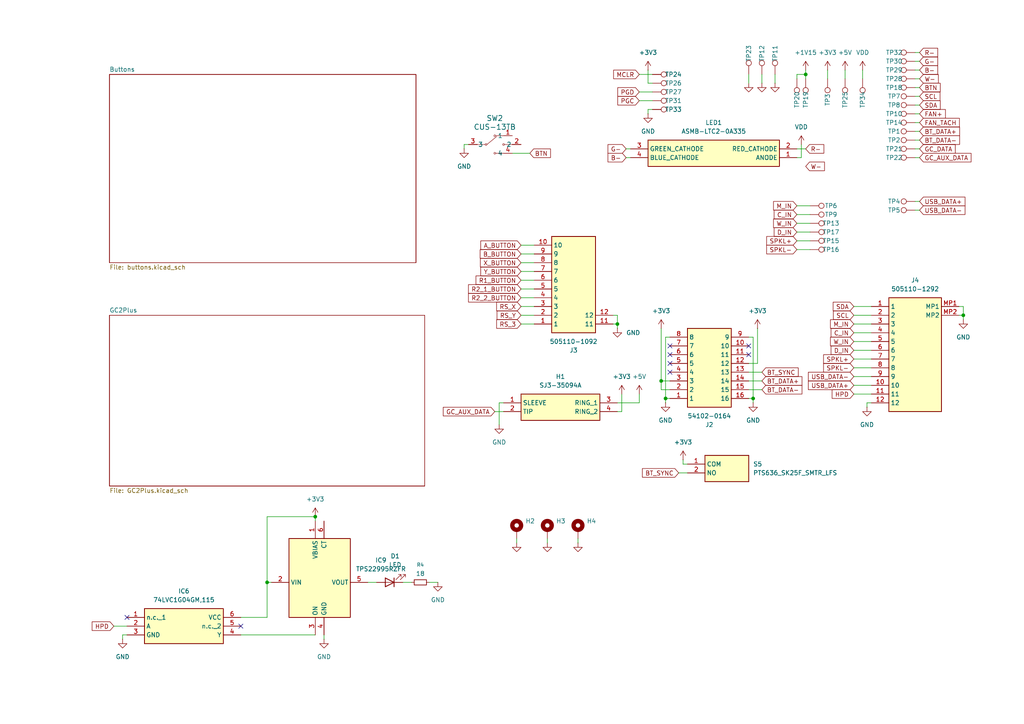
<source format=kicad_sch>
(kicad_sch (version 20250114) (generator "eeschema") (generator_version "9.0")
  (paper "A4")
  (lib_symbols
    (symbol "2025-07-13_17-24-33:CUS-13TB" (pin_names (offset 0.254))
      (property "Reference" "SW" (at 10.16 12.7 0))
      (property "Value" "CUS-13TB" (at 10.16 10.16 0))
      (symbol "CUS-13TB_0_1"
        (polyline (pts (xy 2.54 0) (xy 4.826 0)) (stroke (width 0.127)))
        (circle (center 5.08 0) (radius 0.254) (stroke (width 0.127)))
        (polyline (pts (xy 5.334 0) (xy 8.128 2.286)) (stroke (width 0.127)))
        (circle (center 7.62 2.54) (radius 0.254) (stroke (width 0.127)))
        (circle (center 7.62 -2.54) (radius 0.254) (stroke (width 0.127)))
        (polyline (pts (xy 10.16 2.54) (xy 7.874 2.54)) (stroke (width 0.127)))
        (circle (center 10.16 0) (radius 0.254) (stroke (width 0.127)))
        (polyline (pts (xy 10.16 -2.54) (xy 7.874 -2.54)) (stroke (width 0.127)))
        (polyline (pts (xy 12.7 0) (xy 10.414 0)) (stroke (width 0.127)))
        (pin unspecified line (at 0 0 0) (length 2.54) (name "3") (number "3"))
        (pin unspecified line (at 12.7 2.54 180) (length 2.54) (name "1") (number "1"))
        (pin unspecified line (at 12.7 -2.54 180) (length 2.54) (name "4") (number "4"))
        (pin unspecified line (at 15.24 0 180) (length 2.54) (name "2") (number "2"))
      )
    )
    (symbol "Connector:TestPoint" (pin_numbers (hide yes)) (pin_names (offset 0.762) (hide yes))
      (property "Reference" "TP" (at 0 6.858 0))
      (property "Value" "TestPoint" (at 0 5.08 0))
      (symbol "TestPoint_0_1"
        (circle (center 0 3.302) (radius 0.762))
      )
      (symbol "TestPoint_1_1"
        (pin passive line (at 0 0 90) (length 2.54) (name "1") (number "1"))
      )
    )
    (symbol "Device:LED" (pin_numbers (hide yes)) (pin_names (offset 1.016) (hide yes))
      (property "Reference" "D" (at 0 2.54 0))
      (property "Value" "LED" (at 0 -2.54 0))
      (symbol "LED_0_1"
        (polyline (pts (xy -3.048 -0.762) (xy -4.572 -2.286) (xy -3.81 -2.286) (xy -4.572 -2.286) (xy -4.572 -1.524)))
        (polyline (pts (xy -1.778 -0.762) (xy -3.302 -2.286) (xy -2.54 -2.286) (xy -3.302 -2.286) (xy -3.302 -1.524)))
        (polyline (pts (xy -1.27 0) (xy 1.27 0)))
        (polyline (pts (xy -1.27 -1.27) (xy -1.27 1.27)) (stroke (width 0.254)))
        (polyline (pts (xy 1.27 -1.27) (xy 1.27 1.27) (xy -1.27 0) (xy 1.27 -1.27)) (stroke (width 0.254)))
      )
      (symbol "LED_1_1"
        (pin passive line (at -3.81 0 0) (length 2.54) (name "K") (number "1"))
        (pin passive line (at 3.81 0 180) (length 2.54) (name "A") (number "2"))
      )
    )
    (symbol "Device:R_Small" (pin_numbers (hide yes)) (pin_names (offset 0.254) (hide yes))
      (property "Reference" "R" (at 0 0 90))
      (property "Value" "R_Small" (at 1.778 0 90))
      (symbol "R_Small_0_1"
        (rectangle (start -0.762 1.778) (end 0.762 -1.778) (stroke (width 0.2032)))
      )
      (symbol "R_Small_1_1"
        (pin passive line (at 0 2.54 270) (length 0.762) (name "~") (number "1"))
        (pin passive line (at 0 -2.54 90) (length 0.762) (name "~") (number "2"))
      )
    )
    (symbol "Mechanical:MountingHole_Pad" (pin_numbers (hide yes)) (pin_names (offset 1.016) (hide yes)) (in_bom no)
      (property "Reference" "H" (at 0 6.35 0))
      (property "Value" "MountingHole_Pad" (at 0 4.445 0))
      (symbol "MountingHole_Pad_0_1"
        (circle (center 0 1.27) (radius 1.27) (stroke (width 1.27)))
      )
      (symbol "MountingHole_Pad_1_1"
        (pin input line (at 0 -2.54 90) (length 2.54) (name "1") (number "1"))
      )
    )
    (symbol "SamacSys_Parts:505110-1092"
      (property "Reference" "J" (at 19.05 7.62 0))
      (property "Value" "505110-1092" (at 19.05 5.08 0))
      (symbol "505110-1092_1_1"
        (rectangle (start 5.08 2.54) (end 17.78 -25.4) (stroke (width 0.254)) (fill (type background)))
        (pin passive line (at 0 0 0) (length 5.08) (name "11") (number "11"))
        (pin passive line (at 0 -2.54 0) (length 5.08) (name "12") (number "12"))
        (pin passive line (at 22.86 0 180) (length 5.08) (name "1") (number "1"))
        (pin passive line (at 22.86 -2.54 180) (length 5.08) (name "2") (number "2"))
        (pin passive line (at 22.86 -5.08 180) (length 5.08) (name "3") (number "3"))
        (pin passive line (at 22.86 -7.62 180) (length 5.08) (name "4") (number "4"))
        (pin passive line (at 22.86 -10.16 180) (length 5.08) (name "5") (number "5"))
        (pin passive line (at 22.86 -12.7 180) (length 5.08) (name "6") (number "6"))
        (pin passive line (at 22.86 -15.24 180) (length 5.08) (name "7") (number "7"))
        (pin passive line (at 22.86 -17.78 180) (length 5.08) (name "8") (number "8"))
        (pin passive line (at 22.86 -20.32 180) (length 5.08) (name "9") (number "9"))
        (pin passive line (at 22.86 -22.86 180) (length 5.08) (name "10") (number "10"))
      )
    )
    (symbol "SamacSys_Parts:505110-1292"
      (property "Reference" "J" (at 21.59 7.62 0))
      (property "Value" "505110-1292" (at 21.59 5.08 0))
      (symbol "505110-1292_1_1"
        (rectangle (start 5.08 2.54) (end 20.32 -30.48) (stroke (width 0.254)) (fill (type background)))
        (pin passive line (at 0 0 0) (length 5.08) (name "MP1") (number "MP1"))
        (pin passive line (at 0 -2.54 0) (length 5.08) (name "MP2") (number "MP2"))
        (pin passive line (at 25.4 0 180) (length 5.08) (name "1") (number "1"))
        (pin passive line (at 25.4 -2.54 180) (length 5.08) (name "2") (number "2"))
        (pin passive line (at 25.4 -5.08 180) (length 5.08) (name "3") (number "3"))
        (pin passive line (at 25.4 -7.62 180) (length 5.08) (name "4") (number "4"))
        (pin passive line (at 25.4 -10.16 180) (length 5.08) (name "5") (number "5"))
        (pin passive line (at 25.4 -12.7 180) (length 5.08) (name "6") (number "6"))
        (pin passive line (at 25.4 -15.24 180) (length 5.08) (name "7") (number "7"))
        (pin passive line (at 25.4 -17.78 180) (length 5.08) (name "8") (number "8"))
        (pin passive line (at 25.4 -20.32 180) (length 5.08) (name "9") (number "9"))
        (pin passive line (at 25.4 -22.86 180) (length 5.08) (name "10") (number "10"))
        (pin passive line (at 25.4 -25.4 180) (length 5.08) (name "11") (number "11"))
        (pin passive line (at 25.4 -27.94 180) (length 5.08) (name "12") (number "12"))
      )
    )
    (symbol "SamacSys_Parts:54102-0164"
      (property "Reference" "J" (at 19.05 7.62 0))
      (property "Value" "54102-0164" (at 19.05 5.08 0))
      (symbol "54102-0164_1_1"
        (rectangle (start 5.08 2.54) (end 17.78 -20.32) (stroke (width 0.254)) (fill (type background)))
        (pin passive line (at 0 0 0) (length 5.08) (name "1") (number "1"))
        (pin passive line (at 0 -2.54 0) (length 5.08) (name "2") (number "2"))
        (pin passive line (at 0 -5.08 0) (length 5.08) (name "3") (number "3"))
        (pin passive line (at 0 -7.62 0) (length 5.08) (name "4") (number "4"))
        (pin passive line (at 0 -10.16 0) (length 5.08) (name "5") (number "5"))
        (pin passive line (at 0 -12.7 0) (length 5.08) (name "6") (number "6"))
        (pin passive line (at 0 -15.24 0) (length 5.08) (name "7") (number "7"))
        (pin passive line (at 0 -17.78 0) (length 5.08) (name "8") (number "8"))
        (pin passive line (at 22.86 0 180) (length 5.08) (name "16") (number "16"))
        (pin passive line (at 22.86 -2.54 180) (length 5.08) (name "15") (number "15"))
        (pin passive line (at 22.86 -5.08 180) (length 5.08) (name "14") (number "14"))
        (pin passive line (at 22.86 -7.62 180) (length 5.08) (name "13") (number "13"))
        (pin passive line (at 22.86 -10.16 180) (length 5.08) (name "12") (number "12"))
        (pin passive line (at 22.86 -12.7 180) (length 5.08) (name "11") (number "11"))
        (pin passive line (at 22.86 -15.24 180) (length 5.08) (name "10") (number "10"))
        (pin passive line (at 22.86 -17.78 180) (length 5.08) (name "9") (number "9"))
      )
    )
    (symbol "SamacSys_Parts:74LVC1G04GM,115"
      (property "Reference" "IC" (at 29.21 7.62 0))
      (property "Value" "74LVC1G04GM,115" (at 29.21 5.08 0))
      (symbol "74LVC1G04GM,115_1_1"
        (rectangle (start 5.08 2.54) (end 27.94 -7.62) (stroke (width 0.254)) (fill (type background)))
        (pin passive line (at 0 0 0) (length 5.08) (name "n.c._1") (number "1"))
        (pin passive line (at 0 -2.54 0) (length 5.08) (name "A") (number "2"))
        (pin passive line (at 0 -5.08 0) (length 5.08) (name "GND") (number "3"))
        (pin passive line (at 33.02 0 180) (length 5.08) (name "VCC") (number "6"))
        (pin passive line (at 33.02 -2.54 180) (length 5.08) (name "n.c._2") (number "5"))
        (pin passive line (at 33.02 -5.08 180) (length 5.08) (name "Y") (number "4"))
      )
    )
    (symbol "SamacSys_Parts:ASMB-LTC2-0A335"
      (property "Reference" "LED" (at 44.45 7.62 0))
      (property "Value" "ASMB-LTC2-0A335" (at 44.45 5.08 0))
      (symbol "ASMB-LTC2-0A335_1_1"
        (rectangle (start 5.08 2.54) (end 43.18 -5.08) (stroke (width 0.254)) (fill (type background)))
        (pin passive line (at 0 0 0) (length 5.08) (name "GREEN_CATHODE") (number "3"))
        (pin passive line (at 0 -2.54 0) (length 5.08) (name "BLUE_CATHODE") (number "4"))
        (pin passive line (at 48.26 0 180) (length 5.08) (name "RED_CATHODE") (number "2"))
        (pin passive line (at 48.26 -2.54 180) (length 5.08) (name "ANODE") (number "1"))
      )
    )
    (symbol "SamacSys_Parts:PTS636_SK25F_SMTR_LFS"
      (property "Reference" "S" (at 19.05 7.62 0))
      (property "Value" "PTS636_SK25F_SMTR_LFS" (at 19.05 5.08 0))
      (symbol "PTS636_SK25F_SMTR_LFS_1_1"
        (rectangle (start 5.08 2.54) (end 17.78 -5.08) (stroke (width 0.254)) (fill (type background)))
        (pin passive line (at 0 0 0) (length 5.08) (name "COM") (number "1"))
        (pin passive line (at 0 -2.54 0) (length 5.08) (name "NO") (number "2"))
      )
    )
    (symbol "SamacSys_Parts:SJ3-35094A"
      (property "Reference" "H" (at 29.21 7.62 0))
      (property "Value" "SJ3-35094A" (at 29.21 5.08 0))
      (symbol "SJ3-35094A_1_1"
        (rectangle (start 5.08 2.54) (end 27.94 -5.08) (stroke (width 0.254)) (fill (type background)))
        (pin passive line (at 0 0 0) (length 5.08) (name "SLEEVE") (number "1"))
        (pin passive line (at 0 -2.54 0) (length 5.08) (name "TIP") (number "2"))
        (pin passive line (at 33.02 0 180) (length 5.08) (name "RING_1") (number "3"))
        (pin passive line (at 33.02 -2.54 180) (length 5.08) (name "RING_2") (number "4"))
      )
    )
    (symbol "SamacSys_Parts:TPS22995RZFR"
      (property "Reference" "IC" (at 24.13 17.78 0))
      (property "Value" "TPS22995RZFR" (at 24.13 15.24 0))
      (symbol "TPS22995RZFR_1_1"
        (rectangle (start 5.08 12.7) (end 22.86 -10.16) (stroke (width 0.254)) (fill (type background)))
        (pin passive line (at 0 0 0) (length 5.08) (name "VIN") (number "2"))
        (pin passive line (at 12.7 17.78 270) (length 5.08) (name "VBIAS") (number "1"))
        (pin passive line (at 12.7 -15.24 90) (length 5.08) (name "ON") (number "3"))
        (pin passive line (at 15.24 17.78 270) (length 5.08) (name "CT") (number "6"))
        (pin passive line (at 15.24 -15.24 90) (length 5.08) (name "GND") (number "4"))
        (pin passive line (at 27.94 0 180) (length 5.08) (name "VOUT") (number "5"))
      )
    )
    (symbol "power:+1V8" (power) (pin_numbers (hide yes)) (pin_names (offset 0) (hide yes))
      (property "Value" "+1V8" (at 0 3.556 0))
      (symbol "+1V8_0_1"
        (polyline (pts (xy -0.762 1.27) (xy 0 2.54)))
        (polyline (pts (xy 0 2.54) (xy 0.762 1.27)))
        (polyline (pts (xy 0 0) (xy 0 2.54)))
      )
      (symbol "+1V8_1_1"
        (pin power_in line (at 0 0 90) (length 0) (name "~") (number "1"))
      )
    )
    (symbol "power:+3V3" (power) (pin_numbers (hide yes)) (pin_names (offset 0) (hide yes))
      (property "Value" "+3V3" (at 0 3.556 0))
      (symbol "+3V3_0_1"
        (polyline (pts (xy -0.762 1.27) (xy 0 2.54)))
        (polyline (pts (xy 0 2.54) (xy 0.762 1.27)))
        (polyline (pts (xy 0 0) (xy 0 2.54)))
      )
      (symbol "+3V3_1_1"
        (pin power_in line (at 0 0 90) (length 0) (name "~") (number "1"))
      )
    )
    (symbol "power:+5V" (power) (pin_numbers (hide yes)) (pin_names (offset 0) (hide yes))
      (property "Value" "+5V" (at 0 3.556 0))
      (symbol "+5V_0_1"
        (polyline (pts (xy -0.762 1.27) (xy 0 2.54)))
        (polyline (pts (xy 0 2.54) (xy 0.762 1.27)))
        (polyline (pts (xy 0 0) (xy 0 2.54)))
      )
      (symbol "+5V_1_1"
        (pin power_in line (at 0 0 90) (length 0) (name "~") (number "1"))
      )
    )
    (symbol "power:GND" (power) (pin_numbers (hide yes)) (pin_names (offset 0) (hide yes))
      (property "Value" "GND" (at 0 -3.81 0))
      (symbol "GND_0_1"
        (polyline (pts (xy 0 0) (xy 0 -1.27) (xy 1.27 -1.27) (xy 0 -2.54) (xy -1.27 -1.27) (xy 0 -1.27)))
      )
      (symbol "GND_1_1"
        (pin power_in line (at 0 0 270) (length 0) (name "~") (number "1"))
      )
    )
    (symbol "power:VDD" (power) (pin_numbers (hide yes)) (pin_names (offset 0) (hide yes))
      (property "Value" "VDD" (at 0 3.556 0))
      (symbol "VDD_0_1"
        (polyline (pts (xy -0.762 1.27) (xy 0 2.54)))
        (polyline (pts (xy 0 2.54) (xy 0.762 1.27)))
        (polyline (pts (xy 0 0) (xy 0 2.54)))
      )
      (symbol "VDD_1_1"
        (pin power_in line (at 0 0 90) (length 0) (name "~") (number "1"))
      )
    )
  )
  (junction (at 279.4 91.44))
  (junction (at 218.44 115.57))
  (junction (at 77.47 168.91))
  (junction (at 191.77 110.49))
  (junction (at 91.44 149.86))
  (junction (at 193.04 115.57))
  (junction (at 179.07 93.98))
  (junction (at 233.68 21.59))
  (no_connect (at 217.17 102.87))
  (no_connect (at 194.31 105.41))
  (no_connect (at 69.85 181.61))
  (no_connect (at 194.31 107.95))
  (no_connect (at 36.83 179.07))
  (no_connect (at 194.31 100.33))
  (no_connect (at 194.31 102.87))
  (no_connect (at 217.17 100.33))
  (wire (pts (xy 109.22 168.91) (xy 106.68 168.91)))
  (wire (pts (xy 234.95 59.69) (xy 231.14 59.69)))
  (wire (pts (xy 234.95 64.77) (xy 231.14 64.77)))
  (wire (pts (xy 266.7 33.02) (xy 265.43 33.02)))
  (wire (pts (xy 144.78 116.84) (xy 144.78 123.19)))
  (wire (pts (xy 185.42 29.21) (xy 189.23 29.21)))
  (wire (pts (xy 193.04 97.79) (xy 193.04 115.57)))
  (wire (pts (xy 217.17 105.41) (xy 219.71 105.41)))
  (wire (pts (xy 119.38 168.91) (xy 116.84 168.91)))
  (wire (pts (xy 247.65 104.14) (xy 252.73 104.14)))
  (wire (pts (xy 247.65 101.6) (xy 252.73 101.6)))
  (wire (pts (xy 193.04 115.57) (xy 194.31 115.57)))
  (wire (pts (xy 187.96 24.13) (xy 189.23 24.13)))
  (wire (pts (xy 185.42 114.3) (xy 185.42 116.84)))
  (wire (pts (xy 265.43 60.96) (xy 266.7 60.96)))
  (wire (pts (xy 143.51 119.38) (xy 146.05 119.38)))
  (wire (pts (xy 189.23 31.75) (xy 187.96 31.75)))
  (wire (pts (xy 187.96 31.75) (xy 187.96 33.02)))
  (wire (pts (xy 279.4 91.44) (xy 279.4 92.71)))
  (wire (pts (xy 219.71 105.41) (xy 219.71 95.25)))
  (wire (pts (xy 154.94 83.82) (xy 151.13 83.82)))
  (wire (pts (xy 77.47 168.91) (xy 78.74 168.91)))
  (wire (pts (xy 181.61 45.72) (xy 182.88 45.72)))
  (wire (pts (xy 217.17 115.57) (xy 218.44 115.57)))
  (wire (pts (xy 266.7 20.32) (xy 265.43 20.32)))
  (wire (pts (xy 265.43 27.94) (xy 266.7 27.94)))
  (wire (pts (xy 265.43 43.18) (xy 266.7 43.18)))
  (wire (pts (xy 33.02 181.61) (xy 36.83 181.61)))
  (wire (pts (xy 265.43 17.78) (xy 266.7 17.78)))
  (wire (pts (xy 279.4 88.9) (xy 279.4 91.44)))
  (wire (pts (xy 245.11 20.32) (xy 245.11 22.86)))
  (wire (pts (xy 154.94 76.2) (xy 151.13 76.2)))
  (wire (pts (xy 265.43 40.64) (xy 266.7 40.64)))
  (wire (pts (xy 231.14 22.86) (xy 231.14 21.59)))
  (wire (pts (xy 250.19 22.86) (xy 250.19 20.32)))
  (wire (pts (xy 233.68 21.59) (xy 233.68 22.86)))
  (wire (pts (xy 265.43 15.24) (xy 266.7 15.24)))
  (wire (pts (xy 278.13 88.9) (xy 279.4 88.9)))
  (wire (pts (xy 185.42 116.84) (xy 179.07 116.84)))
  (wire (pts (xy 278.13 91.44) (xy 279.4 91.44)))
  (wire (pts (xy 154.94 93.98) (xy 151.13 93.98)))
  (wire (pts (xy 180.34 114.3) (xy 180.34 119.38)))
  (wire (pts (xy 234.95 62.23) (xy 231.14 62.23)))
  (wire (pts (xy 167.64 156.21) (xy 167.64 157.48)))
  (wire (pts (xy 154.94 86.36) (xy 151.13 86.36)))
  (wire (pts (xy 247.65 91.44) (xy 252.73 91.44)))
  (wire (pts (xy 69.85 179.07) (xy 77.47 179.07)))
  (wire (pts (xy 146.05 116.84) (xy 144.78 116.84)))
  (wire (pts (xy 69.85 184.15) (xy 91.44 184.15)))
  (wire (pts (xy 177.8 93.98) (xy 179.07 93.98)))
  (wire (pts (xy 93.98 184.15) (xy 93.98 185.42)))
  (wire (pts (xy 240.03 20.32) (xy 240.03 22.86)))
  (wire (pts (xy 127 168.91) (xy 124.46 168.91)))
  (wire (pts (xy 191.77 95.25) (xy 191.77 110.49)))
  (wire (pts (xy 177.8 91.44) (xy 179.07 91.44)))
  (wire (pts (xy 35.56 184.15) (xy 36.83 184.15)))
  (wire (pts (xy 234.95 72.39) (xy 231.14 72.39)))
  (wire (pts (xy 233.68 20.32) (xy 233.68 21.59)))
  (wire (pts (xy 35.56 185.42) (xy 35.56 184.15)))
  (wire (pts (xy 91.44 149.86) (xy 77.47 149.86)))
  (wire (pts (xy 265.43 30.48) (xy 266.7 30.48)))
  (wire (pts (xy 265.43 35.56) (xy 266.7 35.56)))
  (wire (pts (xy 91.44 151.13) (xy 91.44 149.86)))
  (wire (pts (xy 179.07 91.44) (xy 179.07 93.98)))
  (wire (pts (xy 247.65 109.22) (xy 252.73 109.22)))
  (wire (pts (xy 148.59 44.45) (xy 153.67 44.45)))
  (wire (pts (xy 154.94 81.28) (xy 151.13 81.28)))
  (wire (pts (xy 217.17 21.59) (xy 217.17 24.13)))
  (wire (pts (xy 191.77 110.49) (xy 194.31 110.49)))
  (wire (pts (xy 247.65 88.9) (xy 252.73 88.9)))
  (wire (pts (xy 180.34 119.38) (xy 179.07 119.38)))
  (wire (pts (xy 187.96 20.32) (xy 187.96 24.13)))
  (wire (pts (xy 234.95 67.31) (xy 231.14 67.31)))
  (wire (pts (xy 220.98 113.03) (xy 217.17 113.03)))
  (wire (pts (xy 185.42 21.59) (xy 189.23 21.59)))
  (wire (pts (xy 196.85 137.16) (xy 199.39 137.16)))
  (wire (pts (xy 77.47 179.07) (xy 77.47 168.91)))
  (wire (pts (xy 252.73 116.84) (xy 251.46 116.84)))
  (wire (pts (xy 220.98 107.95) (xy 217.17 107.95)))
  (wire (pts (xy 266.7 25.4) (xy 265.43 25.4)))
  (wire (pts (xy 218.44 97.79) (xy 218.44 115.57)))
  (wire (pts (xy 149.86 156.21) (xy 149.86 157.48)))
  (wire (pts (xy 193.04 115.57) (xy 193.04 116.84)))
  (wire (pts (xy 247.65 106.68) (xy 252.73 106.68)))
  (wire (pts (xy 134.62 41.91) (xy 135.89 41.91)))
  (wire (pts (xy 193.04 97.79) (xy 194.31 97.79)))
  (wire (pts (xy 232.41 41.91) (xy 232.41 45.72)))
  (wire (pts (xy 231.14 43.18) (xy 233.68 43.18)))
  (wire (pts (xy 217.17 97.79) (xy 218.44 97.79)))
  (wire (pts (xy 191.77 110.49) (xy 191.77 113.03)))
  (wire (pts (xy 232.41 45.72) (xy 231.14 45.72)))
  (wire (pts (xy 185.42 26.67) (xy 189.23 26.67)))
  (wire (pts (xy 220.98 21.59) (xy 220.98 24.13)))
  (wire (pts (xy 134.62 43.18) (xy 134.62 41.91)))
  (wire (pts (xy 154.94 71.12) (xy 151.13 71.12)))
  (wire (pts (xy 158.75 156.21) (xy 158.75 157.48)))
  (wire (pts (xy 181.61 43.18) (xy 182.88 43.18)))
  (wire (pts (xy 154.94 73.66) (xy 151.13 73.66)))
  (wire (pts (xy 231.14 21.59) (xy 233.68 21.59)))
  (wire (pts (xy 191.77 113.03) (xy 194.31 113.03)))
  (wire (pts (xy 77.47 149.86) (xy 77.47 168.91)))
  (wire (pts (xy 247.65 111.76) (xy 252.73 111.76)))
  (wire (pts (xy 265.43 45.72) (xy 266.7 45.72)))
  (wire (pts (xy 247.65 93.98) (xy 252.73 93.98)))
  (wire (pts (xy 220.98 110.49) (xy 217.17 110.49)))
  (wire (pts (xy 154.94 78.74) (xy 151.13 78.74)))
  (wire (pts (xy 247.65 99.06) (xy 252.73 99.06)))
  (wire (pts (xy 179.07 93.98) (xy 179.07 95.25)))
  (wire (pts (xy 265.43 58.42) (xy 266.7 58.42)))
  (wire (pts (xy 247.65 114.3) (xy 252.73 114.3)))
  (wire (pts (xy 198.12 133.35) (xy 198.12 134.62)))
  (wire (pts (xy 224.79 21.59) (xy 224.79 24.13)))
  (wire (pts (xy 154.94 91.44) (xy 151.13 91.44)))
  (wire (pts (xy 265.43 38.1) (xy 266.7 38.1)))
  (wire (pts (xy 154.94 88.9) (xy 151.13 88.9)))
  (wire (pts (xy 266.7 22.86) (xy 265.43 22.86)))
  (wire (pts (xy 234.95 69.85) (xy 231.14 69.85)))
  (wire (pts (xy 251.46 116.84) (xy 251.46 118.11)))
  (wire (pts (xy 247.65 96.52) (xy 252.73 96.52)))
  (wire (pts (xy 198.12 134.62) (xy 199.39 134.62)))
  (wire (pts (xy 218.44 115.57) (xy 218.44 116.84)))
  (global_label "PGC" (shape input) (at 185.42 29.21 180) (property "Intersheetrefs" "${INTERSHEET_REFS}" (effects (hide yes))))
  (global_label "HPD" (shape input) (at 247.65 114.3 180) (property "Intersheetrefs" "${INTERSHEET_REFS}" (effects (hide yes))))
  (global_label "BT_SYNC" (shape input) (at 220.98 107.95 0) (property "Intersheetrefs" "${INTERSHEET_REFS}" (effects (hide yes))))
  (global_label "C_IN" (shape input) (at 247.65 96.52 180) (property "Intersheetrefs" "${INTERSHEET_REFS}" (effects (hide yes))))
  (global_label "GC_DATA" (shape input) (at 266.7 43.18 0) (property "Intersheetrefs" "${INTERSHEET_REFS}" (effects (hide yes))))
  (global_label "RS_X" (shape input) (at 151.13 88.9 180) (property "Intersheetrefs" "${INTERSHEET_REFS}" (effects (hide yes))))
  (global_label "D_IN" (shape input) (at 231.14 67.31 180) (property "Intersheetrefs" "${INTERSHEET_REFS}" (effects (hide yes))))
  (global_label "M_IN" (shape input) (at 231.14 59.69 180) (property "Intersheetrefs" "${INTERSHEET_REFS}" (effects (hide yes))))
  (global_label "R2_2_BUTTON" (shape input) (at 151.13 86.36 180) (property "Intersheetrefs" "${INTERSHEET_REFS}" (effects (hide yes))))
  (global_label "RS_3" (shape input) (at 151.13 93.98 180) (property "Intersheetrefs" "${INTERSHEET_REFS}" (effects (hide yes))))
  (global_label "RS_Y" (shape input) (at 151.13 91.44 180) (property "Intersheetrefs" "${INTERSHEET_REFS}" (effects (hide yes))))
  (global_label "BT_SYNC" (shape input) (at 196.85 137.16 180) (property "Intersheetrefs" "${INTERSHEET_REFS}" (effects (hide yes))))
  (global_label "USB_DATA+" (shape input) (at 247.65 111.76 180) (property "Intersheetrefs" "${INTERSHEET_REFS}" (effects (hide yes))))
  (global_label "SPKL-" (shape input) (at 247.65 106.68 180) (property "Intersheetrefs" "${INTERSHEET_REFS}" (effects (hide yes))))
  (global_label "X_BUTTON" (shape input) (at 151.13 76.2 180) (property "Intersheetrefs" "${INTERSHEET_REFS}" (effects (hide yes))))
  (global_label "BTN" (shape input) (at 153.67 44.45 0) (property "Intersheetrefs" "${INTERSHEET_REFS}" (effects (hide yes))))
  (global_label "C_IN" (shape input) (at 231.14 62.23 180) (property "Intersheetrefs" "${INTERSHEET_REFS}" (effects (hide yes))))
  (global_label "D_IN" (shape input) (at 247.65 101.6 180) (property "Intersheetrefs" "${INTERSHEET_REFS}" (effects (hide yes))))
  (global_label "SCL" (shape input) (at 247.65 91.44 180) (property "Intersheetrefs" "${INTERSHEET_REFS}" (effects (hide yes))))
  (global_label "BT_DATA-" (shape input) (at 220.98 113.03 0) (property "Intersheetrefs" "${INTERSHEET_REFS}" (effects (hide yes))))
  (global_label "PGD" (shape input) (at 185.42 26.67 180) (property "Intersheetrefs" "${INTERSHEET_REFS}" (effects (hide yes))))
  (global_label "G-" (shape input) (at 266.7 17.78 0) (property "Intersheetrefs" "${INTERSHEET_REFS}" (effects (hide yes))))
  (global_label "R-" (shape input) (at 266.7 15.24 0) (property "Intersheetrefs" "${INTERSHEET_REFS}" (effects (hide yes))))
  (global_label "SDA" (shape input) (at 266.7 30.48 0) (property "Intersheetrefs" "${INTERSHEET_REFS}" (effects (hide yes))))
  (global_label "SPKL-" (shape input) (at 231.14 72.39 180) (property "Intersheetrefs" "${INTERSHEET_REFS}" (effects (hide yes))))
  (global_label "SPKL+" (shape input) (at 247.65 104.14 180) (property "Intersheetrefs" "${INTERSHEET_REFS}" (effects (hide yes))))
  (global_label "BT_DATA-" (shape input) (at 266.7 40.64 0) (property "Intersheetrefs" "${INTERSHEET_REFS}" (effects (hide yes))))
  (global_label "A_BUTTON" (shape input) (at 151.13 71.12 180) (property "Intersheetrefs" "${INTERSHEET_REFS}" (effects (hide yes))))
  (global_label "MCLR" (shape input) (at 185.42 21.59 180) (property "Intersheetrefs" "${INTERSHEET_REFS}" (effects (hide yes))))
  (global_label "Y_BUTTON" (shape input) (at 151.13 78.74 180) (property "Intersheetrefs" "${INTERSHEET_REFS}" (effects (hide yes))))
  (global_label "B-" (shape input) (at 181.61 45.72 180) (property "Intersheetrefs" "${INTERSHEET_REFS}" (effects (hide yes))))
  (global_label "R2_1_BUTTON" (shape input) (at 151.13 83.82 180) (property "Intersheetrefs" "${INTERSHEET_REFS}" (effects (hide yes))))
  (global_label "M_IN" (shape input) (at 247.65 93.98 180) (property "Intersheetrefs" "${INTERSHEET_REFS}" (effects (hide yes))))
  (global_label "SDA" (shape input) (at 247.65 88.9 180) (property "Intersheetrefs" "${INTERSHEET_REFS}" (effects (hide yes))))
  (global_label "G-" (shape input) (at 181.61 43.18 180) (property "Intersheetrefs" "${INTERSHEET_REFS}" (effects (hide yes))))
  (global_label "USB_DATA-" (shape input) (at 247.65 109.22 180) (property "Intersheetrefs" "${INTERSHEET_REFS}" (effects (hide yes))))
  (global_label "USB_DATA-" (shape input) (at 266.7 60.96 0) (property "Intersheetrefs" "${INTERSHEET_REFS}" (effects (hide yes))))
  (global_label "GC_AUX_DATA" (shape input) (at 143.51 119.38 180) (property "Intersheetrefs" "${INTERSHEET_REFS}" (effects (hide yes))))
  (global_label "FAN_TACH" (shape input) (at 266.7 35.56 0) (property "Intersheetrefs" "${INTERSHEET_REFS}" (effects (hide yes))))
  (global_label "B-" (shape input) (at 266.7 20.32 0) (property "Intersheetrefs" "${INTERSHEET_REFS}" (effects (hide yes))))
  (global_label "SPKL+" (shape input) (at 231.14 69.85 180) (property "Intersheetrefs" "${INTERSHEET_REFS}" (effects (hide yes))))
  (global_label "FAN+" (shape input) (at 266.7 33.02 0) (property "Intersheetrefs" "${INTERSHEET_REFS}" (effects (hide yes))))
  (global_label "W-" (shape input) (at 266.7 22.86 0) (property "Intersheetrefs" "${INTERSHEET_REFS}" (effects (hide yes))))
  (global_label "USB_DATA+" (shape input) (at 266.7 58.42 0) (property "Intersheetrefs" "${INTERSHEET_REFS}" (effects (hide yes))))
  (global_label "W_IN" (shape input) (at 247.65 99.06 180) (property "Intersheetrefs" "${INTERSHEET_REFS}" (effects (hide yes))))
  (global_label "BT_DATA+" (shape input) (at 220.98 110.49 0) (property "Intersheetrefs" "${INTERSHEET_REFS}" (effects (hide yes))))
  (global_label "BTN" (shape input) (at 266.7 25.4 0) (property "Intersheetrefs" "${INTERSHEET_REFS}" (effects (hide yes))))
  (global_label "W-" (shape input) (at 233.68 48.26 0) (property "Intersheetrefs" "${INTERSHEET_REFS}" (effects (hide yes))))
  (global_label "SCL" (shape input) (at 266.7 27.94 0) (property "Intersheetrefs" "${INTERSHEET_REFS}" (effects (hide yes))))
  (global_label "HPD" (shape input) (at 33.02 181.61 180) (property "Intersheetrefs" "${INTERSHEET_REFS}" (effects (hide yes))))
  (global_label "B_BUTTON" (shape input) (at 151.13 73.66 180) (property "Intersheetrefs" "${INTERSHEET_REFS}" (effects (hide yes))))
  (global_label "R1_BUTTON" (shape input) (at 151.13 81.28 180) (property "Intersheetrefs" "${INTERSHEET_REFS}" (effects (hide yes))))
  (global_label "BT_DATA+" (shape input) (at 266.7 38.1 0) (property "Intersheetrefs" "${INTERSHEET_REFS}" (effects (hide yes))))
  (global_label "R-" (shape input) (at 233.68 43.18 0) (property "Intersheetrefs" "${INTERSHEET_REFS}" (effects (hide yes))))
  (global_label "W_IN" (shape input) (at 231.14 64.77 180) (property "Intersheetrefs" "${INTERSHEET_REFS}" (effects (hide yes))))
  (global_label "GC_AUX_DATA" (shape input) (at 266.7 45.72 0) (property "Intersheetrefs" "${INTERSHEET_REFS}" (effects (hide yes))))
  (symbol (lib_id "Connector:TestPoint") (at 265.43 27.94 90) (unit 1)
    (property "Reference" "TP7" (at 259.334 27.94 90))
    (property "Value" "SCL" (effects (hide yes)))
    (property "Footprint" "TestPoint:TestPoint_Pad_D1.0mm" (effects (hide yes)))
  )
  (symbol (lib_id "power:GND") (at 144.78 123.19 0) (unit 1)
    (property "Reference" "#PWR014" (effects (hide yes)))
    (property "Value" "GND" (at 144.78 128.27 0))
    (property "Description" "Power symbol creates a global label with name \"GND\" , ground" (effects (hide yes)))
  )
  (symbol (lib_id "Device:LED") (at 113.03 168.91 180) (unit 1)
    (property "Reference" "D1" (at 114.6175 161.29 0))
    (property "Value" "LED" (at 114.6175 163.83 0))
    (property "Footprint" "LED_THT:LED_D1.8mm_W1.8mm_H2.4mm_Horizontal_O1.27mm_Z8.2mm" (effects (hide yes)))
    (property "Description" "Light emitting diode" (effects (hide yes)))
    (property "Sim.Pins" "1=K 2=A" (effects (hide yes)))
  )
  (symbol (lib_id "power:+3V3") (at 191.77 95.25 0) (unit 1)
    (property "Reference" "#PWR08" (effects (hide yes)))
    (property "Value" "+3V3" (at 191.77 90.17 0))
    (property "Description" "Power symbol creates a global label with name \"+3V3\"" (effects (hide yes)))
  )
  (symbol (lib_id "Connector:TestPoint") (at 265.43 43.18 90) (unit 1)
    (property "Reference" "TP21" (at 259.334 43.18 90))
    (property "Value" "LED -G" (effects (hide yes)))
    (property "Footprint" "TestPoint:TestPoint_Pad_D1.0mm" (effects (hide yes)))
  )
  (symbol (lib_id "power:GND") (at 134.62 43.18 0) (unit 1)
    (property "Reference" "#PWR013" (effects (hide yes)))
    (property "Value" "GND" (at 134.62 48.26 0))
    (property "Description" "Power symbol creates a global label with name \"GND\" , ground" (effects (hide yes)))
  )
  (symbol (lib_id "power:GND") (at 218.44 116.84 0) (unit 1)
    (property "Reference" "#PWR011" (effects (hide yes)))
    (property "Value" "GND" (at 218.44 121.92 0))
    (property "Description" "Power symbol creates a global label with name \"GND\" , ground" (effects (hide yes)))
  )
  (symbol (lib_id "power:GND") (at 193.04 116.84 0) (unit 1)
    (property "Reference" "#PWR010" (effects (hide yes)))
    (property "Value" "GND" (at 193.04 121.92 0))
    (property "Description" "Power symbol creates a global label with name \"GND\" , ground" (effects (hide yes)))
  )
  (symbol (lib_id "SamacSys_Parts:505110-1092") (at 177.8 93.98 180) (unit 1)
    (property "Reference" "J3" (at 166.37 101.6 0))
    (property "Value" "505110-1092" (at 166.37 99.06 0))
    (property "Footprint" "5051101092" (effects (hide yes)))
    (property "Datasheet" "https://www.molex.com/webdocs/datasheets/pdf/en-us/5051101092_FFC_FPC_CONNECTORS.pdf" (effects (hide yes)))
    (property "Description" "Molex Easy-On Series 0.5mm Pitch 10 Way Right Angle SMT Male FPC Connector, ZIF Bottom Contact" (effects (hide yes)))
    (property "Height" "0" (effects (hide yes)))
    (property "Mouser Part Number" "538-505110-1092" (effects (hide yes)))
    (property "Mouser Price/Stock" "https://www.mouser.co.uk/ProductDetail/Molex/505110-1092?qs=BA62vJVifGrjJfo6A8tlOw%3D%3D" (effects (hide yes)))
    (property "Manufacturer_Name" "Molex" (effects (hide yes)))
    (property "Manufacturer_Part_Number" "505110-1092" (effects (hide yes)))
  )
  (symbol (lib_id "SamacSys_Parts:PTS636_SK25F_SMTR_LFS") (at 199.39 134.62 0) (unit 1)
    (property "Reference" "S5" (at 218.44 134.6199 0) (effects (justify left)))
    (property "Value" "PTS636_SK25F_SMTR_LFS" (at 218.44 137.1599 0) (effects (justify left)))
    (property "Footprint" "PTS636SK25FSMTRLFS" (effects (hide yes)))
    (property "Description" "Tactile Switches Tact 50mA 12VDC, 6.0x3.5, 2.5mm H, 250gf, F leads, No ground pin, Red Actuator" (effects (hide yes)))
    (property "Height" "2.7" (effects (hide yes)))
    (property "Mouser Part Number" "611-PTS636SK25FSMTRL" (effects (hide yes)))
    (property "Mouser Price/Stock" "https://www.mouser.co.uk/ProductDetail/CK/PTS636-SK25F-SMTR-LFS?qs=vLWxofP3U2zO9PvdsA2GhQ%3D%3D" (effects (hide yes)))
    (property "Manufacturer_Name" "C & K COMPONENTS" (effects (hide yes)))
    (property "Manufacturer_Part_Number" "PTS636 SK25F SMTR LFS" (effects (hide yes)))
  )
  (symbol (lib_id "Mechanical:MountingHole_Pad") (at 149.86 153.67 0) (unit 1) (in_bom no)
    (property "Reference" "H2" (at 152.4 151.1299 0) (effects (justify left)))
    (property "Value" "MountingHole_Pad" (effects (hide yes)))
    (property "Footprint" "MountingHole:MountingHole_2.2mm_M2_DIN965_Pad" (effects (hide yes)))
    (property "Description" "Mounting Hole with connection" (effects (hide yes)))
  )
  (symbol (lib_id "power:GND") (at 220.98 24.13 0) (unit 1)
    (property "Reference" "#PWR0100" (effects (hide yes)))
    (property "Value" "GND" (effects (hide yes)))
  )
  (symbol (lib_id "Connector:TestPoint") (at 265.43 40.64 90) (unit 1)
    (property "Reference" "TP2" (at 259.334 40.64 90))
    (property "Value" "LED -G" (effects (hide yes)))
    (property "Footprint" "TestPoint:TestPoint_Pad_D1.0mm" (effects (hide yes)))
  )
  (symbol (lib_id "power:GND") (at 93.98 185.42 0) (unit 1)
    (property "Reference" "#PWR082" (effects (hide yes)))
    (property "Value" "GND" (at 93.98 190.5 0))
    (property "Description" "Power symbol creates a global label with name \"GND\" , ground" (effects (hide yes)))
  )
  (symbol (lib_id "power:GND") (at 217.17 24.13 0) (unit 1)
    (property "Reference" "#PWR074" (effects (hide yes)))
    (property "Value" "GND" (effects (hide yes)))
  )
  (symbol (lib_id "power:+3V3") (at 198.12 133.35 0) (unit 1)
    (property "Reference" "#PWR024" (effects (hide yes)))
    (property "Value" "+3V3" (at 198.12 128.27 0))
    (property "Description" "Power symbol creates a global label with name \"+3V3\"" (effects (hide yes)))
  )
  (symbol (lib_id "SamacSys_Parts:ASMB-LTC2-0A335") (at 182.88 43.18 0) (unit 1)
    (property "Reference" "LED1" (at 207.01 35.56 0))
    (property "Value" "ASMB-LTC2-0A335" (at 207.01 38.1 0))
    (property "Footprint" "ASMBLTC20A335" (effects (hide yes)))
    (property "Datasheet" "https://datasheet.datasheetarchive.com/originals/distributors/Datasheets_SAMA/7bf4059288332b456b15eab80a49c995.pdf" (effects (hide yes)))
    (property "Description" "LED Multi-Color Chip Red/Green/Blue 621nm/525nm/468nm 25mA/15mA/15mA 4-Pin PLCC T/R - Tape and Reel" (effects (hide yes)))
    (property "Height" "1.2" (effects (hide yes)))
    (property "Mouser Part Number" "630-ASMB-LTC2-0A335" (effects (hide yes)))
    (property "Mouser Price/Stock" "https://www.mouser.co.uk/ProductDetail/Broadcom-Avago/ASMB-LTC2-0A335?qs=PqoDHHvF64%252BTpsIt8ceXfQ%3D%3D" (effects (hide yes)))
    (property "Manufacturer_Name" "Avago Technologies" (effects (hide yes)))
    (property "Manufacturer_Part_Number" "ASMB-LTC2-0A335" (effects (hide yes)))
  )
  (symbol (lib_id "Connector:TestPoint") (at 234.95 72.39 270) (unit 1)
    (property "Reference" "TP16" (at 241.046 72.39 90))
    (property "Value" "LED -R" (effects (hide yes)))
    (property "Footprint" "TestPoint:TestPoint_Pad_D1.0mm" (effects (hide yes)))
  )
  (symbol (lib_id "power:GND") (at 158.75 157.48 0) (unit 1)
    (property "Reference" "#PWR027" (effects (hide yes)))
    (property "Value" "GND" (effects (hide yes)))
  )
  (symbol (lib_id "2025-07-13_17-24-33:CUS-13TB") (at 135.89 41.91 0) (unit 1)
    (property "Reference" "SW2" (at 143.51 34.29 0) (effects (font (size 1.524 1.524))))
    (property "Value" "CUS-13TB" (at 143.51 36.83 0) (effects (font (size 1.524 1.524))))
    (property "Footprint" "RoseDaggerDev:CUS-13TB_NDC" (effects (hide yes)))
    (property "Datasheet" "CUS-13TB" (effects (hide yes)))
  )
  (symbol (lib_id "Connector:TestPoint") (at 265.43 17.78 90) (unit 1)
    (property "Reference" "TP30" (at 259.334 17.78 90))
    (property "Value" "LED -G" (effects (hide yes)))
    (property "Footprint" "TestPoint:TestPoint_Pad_D1.0mm" (effects (hide yes)))
  )
  (symbol (lib_id "power:+3V3") (at 180.34 114.3 0) (unit 1)
    (property "Reference" "#PWR016" (effects (hide yes)))
    (property "Value" "+3V3" (at 180.34 109.22 0))
    (property "Description" "Power symbol creates a global label with name \"+3V3\"" (effects (hide yes)))
  )
  (symbol (lib_id "SamacSys_Parts:SJ3-35094A") (at 146.05 116.84 0) (unit 1)
    (property "Reference" "H1" (at 162.56 109.22 0))
    (property "Value" "SJ3-35094A" (at 162.56 111.76 0))
    (property "Footprint" "SJ335094A" (effects (hide yes)))
    (property "Datasheet" "https://www.sameskydevices.com/product/resource/sj3-3509x.pdf" (effects (hide yes)))
    (property "Description" "3.50mm (0.141\", 1/8\", Mini Plug) - Headphone Phone Jack Stereo (4 Conductor, TRRS) Connector Solder" (effects (hide yes)))
    (property "Height" "6.2" (effects (hide yes)))
    (property "Mouser Part Number" "179-SJ3-35094A" (effects (hide yes)))
    (property "Mouser Price/Stock" "https://www.mouser.co.uk/ProductDetail/Same-Sky/SJ3-35094A?qs=IKkN%2F947nfA8GkuzO%2F2WRA%3D%3D" (effects (hide yes)))
    (property "Manufacturer_Name" "Same Sky" (effects (hide yes)))
    (property "Manufacturer_Part_Number" "SJ3-35094A" (effects (hide yes)))
  )
  (symbol (lib_id "Connector:TestPoint") (at 234.95 69.85 270) (unit 1)
    (property "Reference" "TP15" (at 241.046 69.85 90))
    (property "Value" "LED -R" (effects (hide yes)))
    (property "Footprint" "TestPoint:TestPoint_Pad_D1.0mm" (effects (hide yes)))
  )
  (symbol (lib_id "Connector:TestPoint") (at 265.43 38.1 90) (unit 1)
    (property "Reference" "TP1" (at 259.334 38.1 90))
    (property "Value" "LED -R" (effects (hide yes)))
    (property "Footprint" "TestPoint:TestPoint_Pad_D1.0mm" (effects (hide yes)))
  )
  (symbol (lib_id "Mechanical:MountingHole_Pad") (at 167.64 153.67 0) (unit 1) (in_bom no)
    (property "Reference" "H4" (at 170.18 151.1299 0) (effects (justify left)))
    (property "Value" "MountingHole_Pad" (effects (hide yes)))
    (property "Footprint" "MountingHole:MountingHole_2.2mm_M2_DIN965_Pad" (effects (hide yes)))
    (property "Description" "Mounting Hole with connection" (effects (hide yes)))
  )
  (symbol (lib_id "Connector:TestPoint") (at 265.43 20.32 90) (unit 1)
    (property "Reference" "TP29" (at 259.334 20.32 90))
    (property "Value" "LED -B" (effects (hide yes)))
    (property "Footprint" "TestPoint:TestPoint_Pad_D1.0mm" (effects (hide yes)))
  )
  (symbol (lib_id "Connector:TestPoint") (at 234.95 64.77 270) (unit 1)
    (property "Reference" "TP13" (at 241.046 64.77 90))
    (property "Value" "LED -R" (effects (hide yes)))
    (property "Footprint" "TestPoint:TestPoint_Pad_D1.0mm" (effects (hide yes)))
  )
  (symbol (lib_id "Connector:TestPoint") (at 265.43 25.4 90) (mirror x) (unit 1)
    (property "Reference" "TP18" (at 259.334 25.4 90))
    (property "Value" "BTN" (effects (hide yes)))
    (property "Footprint" "TestPoint:TestPoint_Pad_D1.0mm" (effects (hide yes)))
  )
  (symbol (lib_id "Connector:TestPoint") (at 189.23 21.59 270) (unit 1)
    (property "Reference" "TP24" (at 195.326 21.59 90))
    (property "Value" "LED -R" (effects (hide yes)))
    (property "Footprint" "TestPoint:TestPoint_Pad_D1.0mm" (effects (hide yes)))
  )
  (symbol (lib_id "Connector:TestPoint") (at 234.95 62.23 270) (unit 1)
    (property "Reference" "TP9" (at 241.046 62.23 90))
    (property "Value" "LED -R" (effects (hide yes)))
    (property "Footprint" "TestPoint:TestPoint_Pad_D1.0mm" (effects (hide yes)))
  )
  (symbol (lib_id "Connector:TestPoint") (at 189.23 29.21 270) (unit 1)
    (property "Reference" "TP31" (at 195.326 29.21 90))
    (property "Value" "LED -R" (effects (hide yes)))
    (property "Footprint" "TestPoint:TestPoint_Pad_D1.0mm" (effects (hide yes)))
  )
  (symbol (lib_id "power:GND") (at 251.46 118.11 0) (unit 1)
    (property "Reference" "#PWR023" (effects (hide yes)))
    (property "Value" "GND" (at 251.46 123.19 0))
    (property "Description" "Power symbol creates a global label with name \"GND\" , ground" (effects (hide yes)))
  )
  (symbol (lib_id "Connector:TestPoint") (at 265.43 15.24 90) (unit 1)
    (property "Reference" "TP32" (at 259.334 15.24 90))
    (property "Value" "LED -R" (effects (hide yes)))
    (property "Footprint" "TestPoint:TestPoint_Pad_D1.0mm" (effects (hide yes)))
  )
  (symbol (lib_id "power:GND") (at 187.96 33.02 0) (unit 1)
    (property "Reference" "#PWR026" (effects (hide yes)))
    (property "Value" "GND" (at 187.96 38.1 0))
    (property "Description" "Power symbol creates a global label with name \"GND\" , ground" (effects (hide yes)))
  )
  (symbol (lib_id "Connector:TestPoint") (at 265.43 60.96 90) (unit 1)
    (property "Reference" "TP5" (at 259.334 60.96 90))
    (property "Value" "LED -G" (effects (hide yes)))
    (property "Footprint" "TestPoint:TestPoint_Pad_D1.0mm" (effects (hide yes)))
  )
  (symbol (lib_id "Connector:TestPoint") (at 231.14 22.86 180) (unit 1)
    (property "Reference" "TP20" (at 231.14 28.956 90))
    (property "Value" "5V" (effects (hide yes)))
    (property "Footprint" "RoseDaggerDev:TestPoint_Pad_3x1.0mm" (effects (hide yes)))
  )
  (symbol (lib_id "Connector:TestPoint") (at 250.19 22.86 180) (unit 1)
    (property "Reference" "TP34" (at 250.19 28.956 90))
    (property "Value" "LED +" (effects (hide yes)))
    (property "Footprint" "TestPoint:TestPoint_Pad_D1.0mm" (effects (hide yes)))
  )
  (symbol (lib_id "Connector:TestPoint") (at 245.11 22.86 180) (unit 1)
    (property "Reference" "TP25" (at 245.11 28.956 90))
    (property "Value" "5V" (effects (hide yes)))
    (property "Footprint" "RoseDaggerDev:TestPoint_Pad_3x1.0mm" (effects (hide yes)))
  )
  (symbol (lib_id "Connector:TestPoint") (at 217.17 21.59 0) (mirror y) (unit 1)
    (property "Reference" "TP23" (at 217.17 15.494 90))
    (property "Value" "U10" (effects (hide yes)))
    (property "Footprint" "TestPoint:TestPoint_Pad_D1.0mm" (effects (hide yes)))
  )
  (symbol (lib_id "Connector:TestPoint") (at 224.79 21.59 0) (unit 1)
    (property "Reference" "TP11" (at 224.79 15.494 90))
    (property "Value" "5V" (effects (hide yes)))
    (property "Footprint" "RoseDaggerDev:TestPoint_Pad_3x1.0mm" (effects (hide yes)))
  )
  (symbol (lib_id "power:GND") (at 149.86 157.48 0) (unit 1)
    (property "Reference" "#PWR042" (effects (hide yes)))
    (property "Value" "GND" (effects (hide yes)))
  )
  (symbol (lib_id "power:+3V3") (at 240.03 20.32 0) (unit 1)
    (property "Reference" "#PWR019" (effects (hide yes)))
    (property "Value" "+3V3" (at 240.03 15.24 0))
    (property "Description" "Power symbol creates a global label with name \"+3V3\"" (effects (hide yes)))
  )
  (symbol (lib_id "Connector:TestPoint") (at 220.98 21.59 0) (unit 1)
    (property "Reference" "TP12" (at 220.98 15.494 90))
    (property "Value" "FAN-" (effects (hide yes)))
    (property "Footprint" "TestPoint:TestPoint_Pad_D1.0mm" (effects (hide yes)))
  )
  (symbol (lib_id "Connector:TestPoint") (at 265.43 22.86 90) (unit 1)
    (property "Reference" "TP28" (at 259.334 22.86 90))
    (property "Value" "LED -W" (effects (hide yes)))
    (property "Footprint" "TestPoint:TestPoint_Pad_D1.0mm" (effects (hide yes)))
  )
  (symbol (lib_id "SamacSys_Parts:TPS22995RZFR") (at 78.74 168.91 0) (unit 1)
    (property "Reference" "IC9" (at 110.49 162.4898 0))
    (property "Value" "TPS22995RZFR" (at 110.49 165.0298 0))
    (property "Footprint" "TPS22995RZFR" (effects (hide yes)))
    (property "Datasheet" "https://www.ti.com/general/docs/suppproductinfo.tsp?distId=26&gotoUrl=https://www.ti.com/lit/gpn/tps22995" (effects (hide yes)))
    (property "Description" "Power Switch ICs - Power Distribution" (effects (hide yes)))
    (property "Height" "0.8" (effects (hide yes)))
    (property "Mouser Part Number" "595-TPS22995RZFR" (effects (hide yes)))
    (property "Mouser Price/Stock" "https://www.mouser.co.uk/ProductDetail/Texas-Instruments/TPS22995RZFR?qs=rQFj71Wb1eVPl%2Fzruf4rsQ%3D%3D" (effects (hide yes)))
    (property "Manufacturer_Name" "Texas Instruments" (effects (hide yes)))
    (property "Manufacturer_Part_Number" "TPS22995RZFR" (effects (hide yes)))
  )
  (symbol (lib_id "Connector:TestPoint") (at 265.43 45.72 90) (unit 1)
    (property "Reference" "TP22" (at 259.334 45.72 90))
    (property "Value" "LED -G" (effects (hide yes)))
    (property "Footprint" "TestPoint:TestPoint_Pad_D1.0mm" (effects (hide yes)))
  )
  (symbol (lib_id "Device:R_Small") (at 121.92 168.91 90) (unit 1)
    (property "Reference" "R4" (at 121.92 163.83 90) (effects (font (size 1.016 1.016))))
    (property "Value" "18" (at 121.92 166.37 90))
    (property "Footprint" "Resistor_SMD:R_0603_1608Metric" (effects (hide yes)))
    (property "Description" "Resistor, small symbol" (effects (hide yes)))
  )
  (symbol (lib_id "power:+3V3") (at 187.96 20.32 0) (unit 1)
    (property "Reference" "#PWR025" (effects (hide yes)))
    (property "Value" "+3V3" (at 187.96 15.24 0))
    (property "Description" "Power symbol creates a global label with name \"+3V3\"" (effects (hide yes)))
  )
  (symbol (lib_id "power:+3V3") (at 91.44 149.86 0) (unit 1)
    (property "Reference" "#PWR021" (effects (hide yes)))
    (property "Value" "+3V3" (at 91.44 144.78 0))
    (property "Description" "Power symbol creates a global label with name \"+3V3\"" (effects (hide yes)))
  )
  (symbol (lib_id "Connector:TestPoint") (at 189.23 26.67 270) (unit 1)
    (property "Reference" "TP27" (at 195.326 26.67 90))
    (property "Value" "LED -R" (effects (hide yes)))
    (property "Footprint" "TestPoint:TestPoint_Pad_D1.0mm" (effects (hide yes)))
  )
  (symbol (lib_id "Connector:TestPoint") (at 265.43 30.48 90) (unit 1)
    (property "Reference" "TP8" (at 259.334 30.48 90))
    (property "Value" "SDA" (effects (hide yes)))
    (property "Footprint" "TestPoint:TestPoint_Pad_D1.0mm" (effects (hide yes)))
  )
  (symbol (lib_id "Connector:TestPoint") (at 265.43 33.02 90) (mirror x) (unit 1)
    (property "Reference" "TP10" (at 259.334 33.02 90))
    (property "Value" "FAN+" (effects (hide yes)))
    (property "Footprint" "TestPoint:TestPoint_Pad_D1.0mm" (effects (hide yes)))
  )
  (symbol (lib_id "Connector:TestPoint") (at 234.95 67.31 270) (unit 1)
    (property "Reference" "TP17" (at 241.046 67.31 90))
    (property "Value" "LED -R" (effects (hide yes)))
    (property "Footprint" "TestPoint:TestPoint_Pad_D1.0mm" (effects (hide yes)))
  )
  (symbol (lib_id "power:GND") (at 224.79 24.13 0) (unit 1)
    (property "Reference" "#PWR020" (effects (hide yes)))
    (property "Value" "GND" (effects (hide yes)))
  )
  (symbol (lib_id "Connector:TestPoint") (at 265.43 35.56 90) (unit 1)
    (property "Reference" "TP14" (at 259.334 35.56 90))
    (property "Value" "FAN_TACH" (effects (hide yes)))
    (property "Footprint" "TestPoint:TestPoint_Pad_D1.0mm" (effects (hide yes)))
  )
  (symbol (lib_id "power:GND") (at 35.56 185.42 0) (unit 1)
    (property "Reference" "#PWR083" (effects (hide yes)))
    (property "Value" "GND" (at 35.56 190.5 0))
    (property "Description" "Power symbol creates a global label with name \"GND\" , ground" (effects (hide yes)))
  )
  (symbol (lib_id "Connector:TestPoint") (at 234.95 59.69 270) (unit 1)
    (property "Reference" "TP6" (at 241.046 59.69 90))
    (property "Value" "LED -R" (effects (hide yes)))
    (property "Footprint" "TestPoint:TestPoint_Pad_D1.0mm" (effects (hide yes)))
  )
  (symbol (lib_id "power:+1V8") (at 233.68 20.32 0) (unit 1)
    (property "Reference" "#PWR029" (effects (hide yes)))
    (property "Value" "+1V15" (at 233.68 15.24 0))
    (property "Description" "Power symbol creates a global label with name \"+1V8\"" (effects (hide yes)))
  )
  (symbol (lib_id "power:+5V") (at 245.11 20.32 0) (unit 1)
    (property "Reference" "#PWR017" (effects (hide yes)))
    (property "Value" "+5V" (at 245.11 15.24 0))
    (property "Description" "Power symbol creates a global label with name \"+5V\"" (effects (hide yes)))
  )
  (symbol (lib_id "power:GND") (at 127 168.91 0) (unit 1)
    (property "Reference" "#PWR022" (effects (hide yes)))
    (property "Value" "GND" (at 127 173.99 0))
    (property "Description" "Power symbol creates a global label with name \"GND\" , ground" (effects (hide yes)))
  )
  (symbol (lib_id "power:VDD") (at 232.41 41.91 0) (unit 1)
    (property "Reference" "#PWR018" (effects (hide yes)))
    (property "Value" "VDD" (at 232.41 36.83 0))
    (property "Description" "Power symbol creates a global label with name \"VDD\"" (effects (hide yes)))
  )
  (symbol (lib_id "power:VDD") (at 250.19 20.32 0) (unit 1)
    (property "Reference" "#PWR075" (effects (hide yes)))
    (property "Value" "VDD" (at 250.19 15.24 0))
    (property "Description" "Power symbol creates a global label with name \"VDD\"" (effects (hide yes)))
  )
  (symbol (lib_id "SamacSys_Parts:505110-1292") (at 278.13 88.9 0) (mirror y) (unit 1)
    (property "Reference" "J4" (at 265.43 81.28 0))
    (property "Value" "505110-1292" (at 265.43 83.82 0))
    (property "Footprint" "5051101292" (effects (hide yes)))
    (property "Datasheet" "https://componentsearchengine.com/Datasheets/1/505110-1292.pdf" (effects (hide yes)))
    (property "Description" "Molex Easy-On Series 0.5mm Pitch 12 Way Right Angle SMT Male FPC Connector, ZIF Bottom Contact" (effects (hide yes)))
    (property "Height" "3.95" (effects (hide yes)))
    (property "Mouser Part Number" "538-505110-1292" (effects (hide yes)))
    (property "Mouser Price/Stock" "https://www.mouser.co.uk/ProductDetail/Molex/505110-1292?qs=BA62vJVifGptACMEATLLfQ%3D%3D" (effects (hide yes)))
    (property "Manufacturer_Name" "Molex" (effects (hide yes)))
    (property "Manufacturer_Part_Number" "505110-1292" (effects (hide yes)))
  )
  (symbol (lib_id "Connector:TestPoint") (at 240.03 22.86 180) (unit 1)
    (property "Reference" "TP3" (at 240.03 28.956 90))
    (property "Value" "5V" (effects (hide yes)))
    (property "Footprint" "RoseDaggerDev:TestPoint_Pad_3x1.0mm" (effects (hide yes)))
  )
  (symbol (lib_id "power:GND") (at 279.4 92.71 0) (unit 1)
    (property "Reference" "#PWR040" (effects (hide yes)))
    (property "Value" "GND" (at 279.4 97.79 0))
    (property "Description" "Power symbol creates a global label with name \"GND\" , ground" (effects (hide yes)))
  )
  (symbol (lib_id "Connector:TestPoint") (at 189.23 31.75 270) (unit 1)
    (property "Reference" "TP33" (at 195.326 31.75 90))
    (property "Value" "LED -R" (effects (hide yes)))
    (property "Footprint" "TestPoint:TestPoint_Pad_D1.0mm" (effects (hide yes)))
  )
  (symbol (lib_id "power:+3V3") (at 219.71 95.25 0) (unit 1)
    (property "Reference" "#PWR09" (effects (hide yes)))
    (property "Value" "+3V3" (at 219.71 90.17 0))
    (property "Description" "Power symbol creates a global label with name \"+3V3\"" (effects (hide yes)))
  )
  (symbol (lib_id "power:+5V") (at 185.42 114.3 0) (unit 1)
    (property "Reference" "#PWR015" (effects (hide yes)))
    (property "Value" "+5V" (at 185.42 109.22 0))
    (property "Description" "Power symbol creates a global label with name \"+5V\"" (effects (hide yes)))
  )
  (symbol (lib_id "Mechanical:MountingHole_Pad") (at 158.75 153.67 0) (unit 1) (in_bom no)
    (property "Reference" "H3" (at 161.29 151.1299 0) (effects (justify left)))
    (property "Value" "MountingHole_Pad" (effects (hide yes)))
    (property "Footprint" "MountingHole:MountingHole_2.2mm_M2_DIN965_Pad" (effects (hide yes)))
    (property "Description" "Mounting Hole with connection" (effects (hide yes)))
  )
  (symbol (lib_id "SamacSys_Parts:54102-0164") (at 194.31 115.57 0) (mirror x) (unit 1)
    (property "Reference" "J2" (at 205.74 123.19 0))
    (property "Value" "54102-0164" (at 205.74 120.65 0))
    (property "Footprint" "541020164" (effects (hide yes)))
    (property "Datasheet" "https://www.molex.com/pdm_docs/sd/541020164_sd.pdf" (effects (hide yes)))
    (property "Description" "Molex SLIMSTACK Series 0.5mm 16 Way 2 Row Straight PCB Socket Surface Mount Board to Board" (effects (hide yes)))
    (property "Height" "2.45" (effects (hide yes)))
    (property "Mouser Part Number" "538-54102-0164" (effects (hide yes)))
    (property "Mouser Price/Stock" "https://www.mouser.co.uk/ProductDetail/Molex/54102-0164?qs=QVBMgXxBiLxElgERTWRagA%3D%3D" (effects (hide yes)))
    (property "Manufacturer_Name" "Molex" (effects (hide yes)))
    (property "Manufacturer_Part_Number" "54102-0164" (effects (hide yes)))
  )
  (symbol (lib_id "power:GND") (at 179.07 95.25 0) (mirror y) (unit 1)
    (property "Reference" "#PWR048" (effects (hide yes)))
    (property "Value" "GND" (at 181.61 96.5199 0) (effects (justify right)))
    (property "Description" "Power symbol creates a global label with name \"GND\" , ground" (effects (hide yes)))
  )
  (symbol (lib_id "Connector:TestPoint") (at 233.68 22.86 180) (unit 1)
    (property "Reference" "TP19" (at 233.68 28.956 90))
    (property "Value" "5V" (effects (hide yes)))
    (property "Footprint" "RoseDaggerDev:TestPoint_Pad_3x1.0mm" (effects (hide yes)))
  )
  (symbol (lib_id "Connector:TestPoint") (at 265.43 58.42 90) (unit 1)
    (property "Reference" "TP4" (at 259.334 58.42 90))
    (property "Value" "LED -R" (effects (hide yes)))
    (property "Footprint" "TestPoint:TestPoint_Pad_D1.0mm" (effects (hide yes)))
  )
  (symbol (lib_id "SamacSys_Parts:74LVC1G04GM,115") (at 36.83 179.07 0) (unit 1)
    (property "Reference" "IC6" (at 53.34 171.45 0))
    (property "Value" "74LVC1G04GM,115" (at 53.34 173.99 0))
    (property "Footprint" "PESD3V3L5UF115" (effects (hide yes)))
    (property "Datasheet" "https://assets.nexperia.com/documents/data-sheet/74LVC1G04.pdf" (effects (hide yes)))
    (property "Description" "74LVC1G04 - Single inverter@en-us" (effects (hide yes)))
    (property "Height" "0.5" (effects (hide yes)))
    (property "Mouser Part Number" "771-LVC1G04GM115" (effects (hide yes)))
    (property "Mouser Price/Stock" "https://www.mouser.co.uk/ProductDetail/Nexperia/74LVC1G04GM115?qs=me8TqzrmIYXvgrQ5OHD1Cw%3D%3D" (effects (hide yes)))
    (property "Manufacturer_Name" "Nexperia" (effects (hide yes)))
    (property "Manufacturer_Part_Number" "74LVC1G04GM,115" (effects (hide yes)))
  )
  (symbol (lib_id "Connector:TestPoint") (at 189.23 24.13 270) (unit 1)
    (property "Reference" "TP26" (at 195.326 24.13 90))
    (property "Value" "LED -R" (effects (hide yes)))
    (property "Footprint" "TestPoint:TestPoint_Pad_D1.0mm" (effects (hide yes)))
  )
  (symbol (lib_id "power:GND") (at 167.64 157.48 0) (unit 1)
    (property "Reference" "#PWR028" (effects (hide yes)))
    (property "Value" "GND" (effects (hide yes)))
  )
  (sheet (at 31.75 91.44) (size 91.44 49.53) (stroke (width 0.1524))
    (property "Sheetname" "GC2Plus" (at 31.75 90.7284 0) (effects (justify left bottom)))
    (property "Sheetfile" "GC2Plus.kicad_sch" (at 31.75 141.5546 0) (effects (justify left top)))
  )
  (sheet (at 31.75 21.59) (size 88.9 54.61) (stroke (width 0.1524))
    (property "Sheetname" "Buttons" (at 31.75 20.8784 0) (effects (justify left bottom)))
    (property "Sheetfile" "buttons.kicad_sch" (at 31.75 76.7846 0) (effects (justify left top)))
  )
)
</source>
